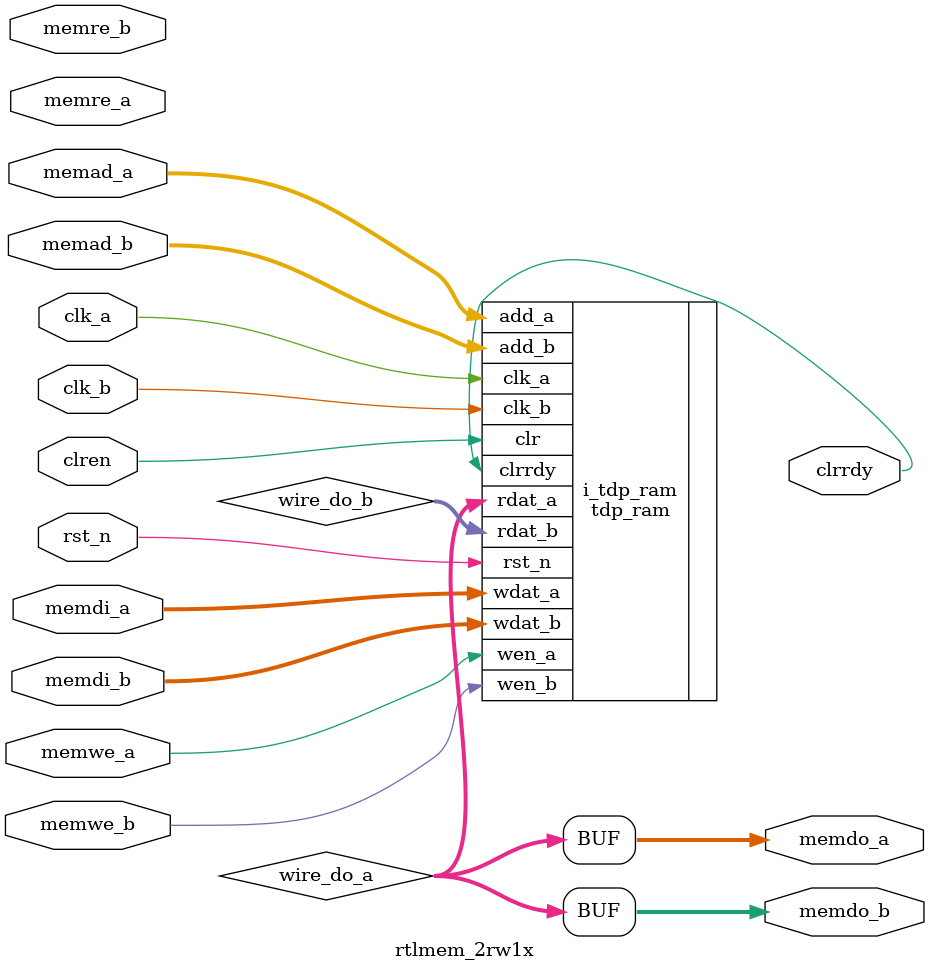
<source format=v>

module rtlmem_2rw1x
    (
     clk_a,
     rst_n,

     // Clear content RAM
     clren,
     clrrdy,

     // Memory port A interface
     memad_a,
     memwe_a,
     memdi_a,
     memre_a,
     memdo_a,

     // Memory port B interface
     clk_b,
     memad_b,
     memwe_b,
     memdi_b,
     memre_b,
     memdo_b
     );

////////////////////////////////////////////////////////////////////////////////
// Parameter declarations
parameter G_TYPE        = "BLOCK";
parameter G_ADDR_A      = 10;
parameter G_WIDTH_A     = 16;
parameter G_DEPTH_A     = 2**G_ADDR_A;
parameter G_ADDR_B      = G_ADDR_A;
parameter G_WIDTH_B     = G_WIDTH_A;
parameter G_DEPTH_B     = G_DEPTH_A;
parameter G_RST_VAL     = {G_WIDTH_A{1'b0}};
parameter G_COMMONCLK   = 0;

// Xilinx's Attribute
parameter X_ALGORITHM   = 1;            // 0: fixed primitive, 1: Minimum area, 2: low power
parameter X_PRIM_TYPE   = 1;            // 0: 1x16k, 1: 2x8k, 2: 4x4k, 3: 9x2k, 4: 18x1k, 5: 36x512, 6: 72x512

// Altera's Attribute
parameter A_MAXDEPTH    = 0;            // 0 (auto), 128, 256, 512, 1024, 2048, 4096
parameter A_BRAM_TYPE   = "AUTO";       // AUTO, M512, M4K, M-RAM, MLAB, M9K, M144K, M10K, M20K, LC
parameter A_INIT_FILE   = "UNUSED";

////////////////////////////////////////////////////////////////////////////////
// Port declarations
input                   clk_a;
input                   rst_n;

// Clear content RAM
input                   clren;
output                  clrrdy;

// Memory port A interface
input [G_ADDR_A-1:0]    memad_a;
input                   memwe_a;
input [G_WIDTH_A-1:0]   memdi_a;
input                   memre_a;
output [G_WIDTH_A-1:0]  memdo_a;

// Memory port B interface
input                   clk_b;
input [G_ADDR_B-1:0]    memad_b;
input                   memwe_b;
input [G_WIDTH_B-1:0]   memdi_b;
input                   memre_b;
output [G_WIDTH_B-1:0]  memdo_b;

////////////////////////////////////////////////////////////////////////////////
// Local logic and instantiation
wire [G_WIDTH_A-1:0]    wire_do_a;
wire [G_WIDTH_B-1:0]    wire_do_b;

`ifdef RTL_MEM_SIM
reg                     memre_a1;
always @(posedge clk_a)
    begin
    if (!rst_n) memre_a1 <= 1'b0;
    else        memre_a1 <= memre_a;
    end

assign memdo_a = memre_a1 ? wire_do_a : {G_WIDTH_A{1'b0}};

reg                     memre_b1;
always @(posedge clk_b)
    begin
    if (!rst_n) memre_b1 <= 1'b0;
    else        memre_b1 <= memre_b;
    end

assign memdo_b = memre_b1 ? wire_do_b : {G_WIDTH_B{1'b0}};
`else
assign memdo_a = wire_do_a;
assign memdo_b = wire_do_a;
`endif

tdp_ram
    #(
      .G_TYPE           (G_TYPE),
      .G_ADDR_A         (G_ADDR_A),
      .G_WIDTH_A        (G_WIDTH_A),
      .G_DEPTH_A        (G_DEPTH_A),
      .G_ADDR_B         (G_ADDR_B),
      .G_WIDTH_B        (G_WIDTH_B),
      .G_DEPTH_B        (G_DEPTH_B),
      .G_RST_VAL        (G_RST_VAL),
      .G_PIPELINE       (1),
      .G_COMMONCLK      (G_COMMONCLK),

      .X_ALGORITHM      (X_ALGORITHM),
      .X_PRIM_TYPE      (X_PRIM_TYPE),
      .X_WR_MODE        ("WRITE_FIRST"),
      
      .A_WR_MODE        ("NEW_DATA_NO_NBE_READ"),
      .A_MAXDEPTH       (A_MAXDEPTH),
      .A_BRAM_TYPE      (A_BRAM_TYPE),
      .A_INIT_FILE      (A_INIT_FILE)
      )
i_tdp_ram
    (
     .clk_a             (clk_a),
     .rst_n             (rst_n),
     .clr               (clren),
     .clrrdy            (clrrdy),
     .wen_a             (memwe_a),
     .add_a             (memad_a),
     .wdat_a            (memdi_a),
     .rdat_a            (wire_do_a),
     
     .clk_b             (clk_b),
     .wen_b             (memwe_b),
     .add_b             (memad_b),
     .wdat_b            (memdi_b),
     .rdat_b            (wire_do_b)
     );

endmodule 

</source>
